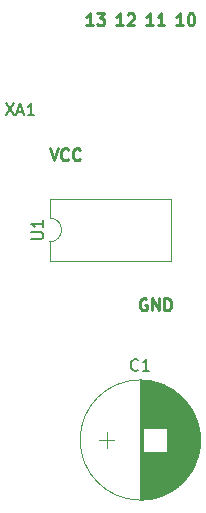
<source format=gbr>
G04 #@! TF.GenerationSoftware,KiCad,Pcbnew,(5.0.2)-1*
G04 #@! TF.CreationDate,2019-08-18T23:26:54-04:00*
G04 #@! TF.ProjectId,ATTINY_Bootloader,41545449-4e59-45f4-926f-6f746c6f6164,rev?*
G04 #@! TF.SameCoordinates,Original*
G04 #@! TF.FileFunction,Legend,Top*
G04 #@! TF.FilePolarity,Positive*
%FSLAX46Y46*%
G04 Gerber Fmt 4.6, Leading zero omitted, Abs format (unit mm)*
G04 Created by KiCad (PCBNEW (5.0.2)-1) date 8/18/2019 11:26:54 PM*
%MOMM*%
%LPD*%
G01*
G04 APERTURE LIST*
%ADD10C,0.250000*%
%ADD11C,0.120000*%
%ADD12C,0.150000*%
G04 APERTURE END LIST*
D10*
X153606666Y-88352380D02*
X153940000Y-89352380D01*
X154273333Y-88352380D01*
X155178095Y-89257142D02*
X155130476Y-89304761D01*
X154987619Y-89352380D01*
X154892380Y-89352380D01*
X154749523Y-89304761D01*
X154654285Y-89209523D01*
X154606666Y-89114285D01*
X154559047Y-88923809D01*
X154559047Y-88780952D01*
X154606666Y-88590476D01*
X154654285Y-88495238D01*
X154749523Y-88400000D01*
X154892380Y-88352380D01*
X154987619Y-88352380D01*
X155130476Y-88400000D01*
X155178095Y-88447619D01*
X156178095Y-89257142D02*
X156130476Y-89304761D01*
X155987619Y-89352380D01*
X155892380Y-89352380D01*
X155749523Y-89304761D01*
X155654285Y-89209523D01*
X155606666Y-89114285D01*
X155559047Y-88923809D01*
X155559047Y-88780952D01*
X155606666Y-88590476D01*
X155654285Y-88495238D01*
X155749523Y-88400000D01*
X155892380Y-88352380D01*
X155987619Y-88352380D01*
X156130476Y-88400000D01*
X156178095Y-88447619D01*
X161798095Y-101100000D02*
X161702857Y-101052380D01*
X161560000Y-101052380D01*
X161417142Y-101100000D01*
X161321904Y-101195238D01*
X161274285Y-101290476D01*
X161226666Y-101480952D01*
X161226666Y-101623809D01*
X161274285Y-101814285D01*
X161321904Y-101909523D01*
X161417142Y-102004761D01*
X161560000Y-102052380D01*
X161655238Y-102052380D01*
X161798095Y-102004761D01*
X161845714Y-101957142D01*
X161845714Y-101623809D01*
X161655238Y-101623809D01*
X162274285Y-102052380D02*
X162274285Y-101052380D01*
X162845714Y-102052380D01*
X162845714Y-101052380D01*
X163321904Y-102052380D02*
X163321904Y-101052380D01*
X163560000Y-101052380D01*
X163702857Y-101100000D01*
X163798095Y-101195238D01*
X163845714Y-101290476D01*
X163893333Y-101480952D01*
X163893333Y-101623809D01*
X163845714Y-101814285D01*
X163798095Y-101909523D01*
X163702857Y-102004761D01*
X163560000Y-102052380D01*
X163321904Y-102052380D01*
X157289523Y-77922380D02*
X156718095Y-77922380D01*
X157003809Y-77922380D02*
X157003809Y-76922380D01*
X156908571Y-77065238D01*
X156813333Y-77160476D01*
X156718095Y-77208095D01*
X157622857Y-76922380D02*
X158241904Y-76922380D01*
X157908571Y-77303333D01*
X158051428Y-77303333D01*
X158146666Y-77350952D01*
X158194285Y-77398571D01*
X158241904Y-77493809D01*
X158241904Y-77731904D01*
X158194285Y-77827142D01*
X158146666Y-77874761D01*
X158051428Y-77922380D01*
X157765714Y-77922380D01*
X157670476Y-77874761D01*
X157622857Y-77827142D01*
X159829523Y-77922380D02*
X159258095Y-77922380D01*
X159543809Y-77922380D02*
X159543809Y-76922380D01*
X159448571Y-77065238D01*
X159353333Y-77160476D01*
X159258095Y-77208095D01*
X160210476Y-77017619D02*
X160258095Y-76970000D01*
X160353333Y-76922380D01*
X160591428Y-76922380D01*
X160686666Y-76970000D01*
X160734285Y-77017619D01*
X160781904Y-77112857D01*
X160781904Y-77208095D01*
X160734285Y-77350952D01*
X160162857Y-77922380D01*
X160781904Y-77922380D01*
X162369523Y-77922380D02*
X161798095Y-77922380D01*
X162083809Y-77922380D02*
X162083809Y-76922380D01*
X161988571Y-77065238D01*
X161893333Y-77160476D01*
X161798095Y-77208095D01*
X163321904Y-77922380D02*
X162750476Y-77922380D01*
X163036190Y-77922380D02*
X163036190Y-76922380D01*
X162940952Y-77065238D01*
X162845714Y-77160476D01*
X162750476Y-77208095D01*
X164909523Y-77922380D02*
X164338095Y-77922380D01*
X164623809Y-77922380D02*
X164623809Y-76922380D01*
X164528571Y-77065238D01*
X164433333Y-77160476D01*
X164338095Y-77208095D01*
X165528571Y-76922380D02*
X165623809Y-76922380D01*
X165719047Y-76970000D01*
X165766666Y-77017619D01*
X165814285Y-77112857D01*
X165861904Y-77303333D01*
X165861904Y-77541428D01*
X165814285Y-77731904D01*
X165766666Y-77827142D01*
X165719047Y-77874761D01*
X165623809Y-77922380D01*
X165528571Y-77922380D01*
X165433333Y-77874761D01*
X165385714Y-77827142D01*
X165338095Y-77731904D01*
X165290476Y-77541428D01*
X165290476Y-77303333D01*
X165338095Y-77112857D01*
X165385714Y-77017619D01*
X165433333Y-76970000D01*
X165528571Y-76922380D01*
D11*
G04 #@! TO.C,C1*
X158420000Y-112380000D02*
X158420000Y-113680000D01*
X157820000Y-113030000D02*
X159020000Y-113030000D01*
X166351000Y-112751000D02*
X166351000Y-113309000D01*
X166311000Y-112358000D02*
X166311000Y-113702000D01*
X166271000Y-112117000D02*
X166271000Y-113943000D01*
X166231000Y-111926000D02*
X166231000Y-114134000D01*
X166191000Y-111765000D02*
X166191000Y-114295000D01*
X166151000Y-111623000D02*
X166151000Y-114437000D01*
X166111000Y-111494000D02*
X166111000Y-114566000D01*
X166071000Y-111376000D02*
X166071000Y-114684000D01*
X166031000Y-111267000D02*
X166031000Y-114793000D01*
X165991000Y-111164000D02*
X165991000Y-114896000D01*
X165951000Y-111068000D02*
X165951000Y-114992000D01*
X165911000Y-110977000D02*
X165911000Y-115083000D01*
X165871000Y-110890000D02*
X165871000Y-115170000D01*
X165831000Y-110808000D02*
X165831000Y-115252000D01*
X165791000Y-110729000D02*
X165791000Y-115331000D01*
X165751000Y-110653000D02*
X165751000Y-115407000D01*
X165711000Y-110581000D02*
X165711000Y-115479000D01*
X165671000Y-110511000D02*
X165671000Y-115549000D01*
X165631000Y-110443000D02*
X165631000Y-115617000D01*
X165591000Y-110378000D02*
X165591000Y-115682000D01*
X165551000Y-110315000D02*
X165551000Y-115745000D01*
X165511000Y-110253000D02*
X165511000Y-115807000D01*
X165471000Y-110194000D02*
X165471000Y-115866000D01*
X165431000Y-110136000D02*
X165431000Y-115924000D01*
X165391000Y-110081000D02*
X165391000Y-115979000D01*
X165351000Y-110026000D02*
X165351000Y-116034000D01*
X165311000Y-109973000D02*
X165311000Y-116087000D01*
X165271000Y-109922000D02*
X165271000Y-116138000D01*
X165231000Y-109872000D02*
X165231000Y-116188000D01*
X165191000Y-109823000D02*
X165191000Y-116237000D01*
X165151000Y-109775000D02*
X165151000Y-116285000D01*
X165111000Y-109728000D02*
X165111000Y-116332000D01*
X165071000Y-109683000D02*
X165071000Y-116377000D01*
X165031000Y-109639000D02*
X165031000Y-116421000D01*
X164991000Y-109595000D02*
X164991000Y-116465000D01*
X164951000Y-109553000D02*
X164951000Y-116507000D01*
X164911000Y-109512000D02*
X164911000Y-116548000D01*
X164871000Y-109471000D02*
X164871000Y-116589000D01*
X164831000Y-109432000D02*
X164831000Y-116628000D01*
X164791000Y-109393000D02*
X164791000Y-116667000D01*
X164751000Y-109355000D02*
X164751000Y-116705000D01*
X164711000Y-109318000D02*
X164711000Y-116742000D01*
X164671000Y-109282000D02*
X164671000Y-116778000D01*
X164631000Y-109246000D02*
X164631000Y-116814000D01*
X164591000Y-109211000D02*
X164591000Y-116849000D01*
X164551000Y-109177000D02*
X164551000Y-116883000D01*
X164511000Y-109144000D02*
X164511000Y-116916000D01*
X164471000Y-109111000D02*
X164471000Y-116949000D01*
X164431000Y-109079000D02*
X164431000Y-116981000D01*
X164391000Y-109048000D02*
X164391000Y-117012000D01*
X164351000Y-109017000D02*
X164351000Y-117043000D01*
X164311000Y-108987000D02*
X164311000Y-117073000D01*
X164271000Y-108958000D02*
X164271000Y-117102000D01*
X164231000Y-108929000D02*
X164231000Y-117131000D01*
X164191000Y-108900000D02*
X164191000Y-117160000D01*
X164151000Y-108873000D02*
X164151000Y-117187000D01*
X164111000Y-108845000D02*
X164111000Y-117215000D01*
X164071000Y-108819000D02*
X164071000Y-117241000D01*
X164031000Y-108793000D02*
X164031000Y-117267000D01*
X163991000Y-108767000D02*
X163991000Y-117293000D01*
X163951000Y-108742000D02*
X163951000Y-117318000D01*
X163911000Y-108718000D02*
X163911000Y-117342000D01*
X163871000Y-108694000D02*
X163871000Y-117366000D01*
X163831000Y-108670000D02*
X163831000Y-117390000D01*
X163791000Y-108647000D02*
X163791000Y-117413000D01*
X163751000Y-108625000D02*
X163751000Y-117435000D01*
X163711000Y-108602000D02*
X163711000Y-117458000D01*
X163671000Y-108581000D02*
X163671000Y-117479000D01*
X163631000Y-108560000D02*
X163631000Y-117500000D01*
X163591000Y-108539000D02*
X163591000Y-117521000D01*
X163551000Y-108519000D02*
X163551000Y-117541000D01*
X163511000Y-108499000D02*
X163511000Y-117561000D01*
X163471000Y-114010000D02*
X163471000Y-117580000D01*
X163471000Y-108480000D02*
X163471000Y-112050000D01*
X163431000Y-114010000D02*
X163431000Y-117599000D01*
X163431000Y-108461000D02*
X163431000Y-112050000D01*
X163391000Y-114010000D02*
X163391000Y-117618000D01*
X163391000Y-108442000D02*
X163391000Y-112050000D01*
X163351000Y-114010000D02*
X163351000Y-117636000D01*
X163351000Y-108424000D02*
X163351000Y-112050000D01*
X163311000Y-114010000D02*
X163311000Y-117654000D01*
X163311000Y-108406000D02*
X163311000Y-112050000D01*
X163271000Y-114010000D02*
X163271000Y-117671000D01*
X163271000Y-108389000D02*
X163271000Y-112050000D01*
X163231000Y-114010000D02*
X163231000Y-117688000D01*
X163231000Y-108372000D02*
X163231000Y-112050000D01*
X163191000Y-114010000D02*
X163191000Y-117704000D01*
X163191000Y-108356000D02*
X163191000Y-112050000D01*
X163151000Y-114010000D02*
X163151000Y-117721000D01*
X163151000Y-108339000D02*
X163151000Y-112050000D01*
X163111000Y-114010000D02*
X163111000Y-117736000D01*
X163111000Y-108324000D02*
X163111000Y-112050000D01*
X163071000Y-114010000D02*
X163071000Y-117752000D01*
X163071000Y-108308000D02*
X163071000Y-112050000D01*
X163031000Y-114010000D02*
X163031000Y-117767000D01*
X163031000Y-108293000D02*
X163031000Y-112050000D01*
X162991000Y-114010000D02*
X162991000Y-117781000D01*
X162991000Y-108279000D02*
X162991000Y-112050000D01*
X162951000Y-114010000D02*
X162951000Y-117795000D01*
X162951000Y-108265000D02*
X162951000Y-112050000D01*
X162911000Y-114010000D02*
X162911000Y-117809000D01*
X162911000Y-108251000D02*
X162911000Y-112050000D01*
X162871000Y-114010000D02*
X162871000Y-117822000D01*
X162871000Y-108238000D02*
X162871000Y-112050000D01*
X162831000Y-114010000D02*
X162831000Y-117836000D01*
X162831000Y-108224000D02*
X162831000Y-112050000D01*
X162791000Y-114010000D02*
X162791000Y-117848000D01*
X162791000Y-108212000D02*
X162791000Y-112050000D01*
X162751000Y-114010000D02*
X162751000Y-117861000D01*
X162751000Y-108199000D02*
X162751000Y-112050000D01*
X162711000Y-114010000D02*
X162711000Y-117873000D01*
X162711000Y-108187000D02*
X162711000Y-112050000D01*
X162671000Y-114010000D02*
X162671000Y-117884000D01*
X162671000Y-108176000D02*
X162671000Y-112050000D01*
X162631000Y-114010000D02*
X162631000Y-117895000D01*
X162631000Y-108165000D02*
X162631000Y-112050000D01*
X162591000Y-114010000D02*
X162591000Y-117906000D01*
X162591000Y-108154000D02*
X162591000Y-112050000D01*
X162551000Y-114010000D02*
X162551000Y-117917000D01*
X162551000Y-108143000D02*
X162551000Y-112050000D01*
X162511000Y-114010000D02*
X162511000Y-117927000D01*
X162511000Y-108133000D02*
X162511000Y-112050000D01*
X162471000Y-114010000D02*
X162471000Y-117937000D01*
X162471000Y-108123000D02*
X162471000Y-112050000D01*
X162431000Y-114010000D02*
X162431000Y-117947000D01*
X162431000Y-108113000D02*
X162431000Y-112050000D01*
X162391000Y-114010000D02*
X162391000Y-117956000D01*
X162391000Y-108104000D02*
X162391000Y-112050000D01*
X162351000Y-114010000D02*
X162351000Y-117965000D01*
X162351000Y-108095000D02*
X162351000Y-112050000D01*
X162311000Y-114010000D02*
X162311000Y-117973000D01*
X162311000Y-108087000D02*
X162311000Y-112050000D01*
X162271000Y-114010000D02*
X162271000Y-117981000D01*
X162271000Y-108079000D02*
X162271000Y-112050000D01*
X162231000Y-114010000D02*
X162231000Y-117989000D01*
X162231000Y-108071000D02*
X162231000Y-112050000D01*
X162191000Y-114010000D02*
X162191000Y-117997000D01*
X162191000Y-108063000D02*
X162191000Y-112050000D01*
X162151000Y-114010000D02*
X162151000Y-118004000D01*
X162151000Y-108056000D02*
X162151000Y-112050000D01*
X162111000Y-114010000D02*
X162111000Y-118011000D01*
X162111000Y-108049000D02*
X162111000Y-112050000D01*
X162071000Y-114010000D02*
X162071000Y-118017000D01*
X162071000Y-108043000D02*
X162071000Y-112050000D01*
X162031000Y-114010000D02*
X162031000Y-118023000D01*
X162031000Y-108037000D02*
X162031000Y-112050000D01*
X161991000Y-114010000D02*
X161991000Y-118029000D01*
X161991000Y-108031000D02*
X161991000Y-112050000D01*
X161950000Y-114010000D02*
X161950000Y-118035000D01*
X161950000Y-108025000D02*
X161950000Y-112050000D01*
X161910000Y-114010000D02*
X161910000Y-118040000D01*
X161910000Y-108020000D02*
X161910000Y-112050000D01*
X161870000Y-114010000D02*
X161870000Y-118045000D01*
X161870000Y-108015000D02*
X161870000Y-112050000D01*
X161830000Y-114010000D02*
X161830000Y-118050000D01*
X161830000Y-108010000D02*
X161830000Y-112050000D01*
X161790000Y-114010000D02*
X161790000Y-118054000D01*
X161790000Y-108006000D02*
X161790000Y-112050000D01*
X161750000Y-114010000D02*
X161750000Y-118058000D01*
X161750000Y-108002000D02*
X161750000Y-112050000D01*
X161710000Y-114010000D02*
X161710000Y-118061000D01*
X161710000Y-107999000D02*
X161710000Y-112050000D01*
X161670000Y-114010000D02*
X161670000Y-118065000D01*
X161670000Y-107995000D02*
X161670000Y-112050000D01*
X161630000Y-114010000D02*
X161630000Y-118068000D01*
X161630000Y-107992000D02*
X161630000Y-112050000D01*
X161590000Y-114010000D02*
X161590000Y-118070000D01*
X161590000Y-107990000D02*
X161590000Y-112050000D01*
X161550000Y-114010000D02*
X161550000Y-118073000D01*
X161550000Y-107987000D02*
X161550000Y-112050000D01*
X161510000Y-107985000D02*
X161510000Y-118075000D01*
X161470000Y-107983000D02*
X161470000Y-118077000D01*
X161430000Y-107982000D02*
X161430000Y-118078000D01*
X161390000Y-107981000D02*
X161390000Y-118079000D01*
X161350000Y-107980000D02*
X161350000Y-118080000D01*
X161310000Y-107980000D02*
X161310000Y-118080000D01*
X161270000Y-107980000D02*
X161270000Y-118080000D01*
X166360000Y-113030000D02*
G75*
G03X166360000Y-113030000I-5090000J0D01*
G01*
G04 #@! TO.C,U1*
X153610000Y-92600000D02*
X153610000Y-94250000D01*
X163890000Y-92600000D02*
X153610000Y-92600000D01*
X163890000Y-97900000D02*
X163890000Y-92600000D01*
X153610000Y-97900000D02*
X163890000Y-97900000D01*
X153610000Y-96250000D02*
X153610000Y-97900000D01*
X153610000Y-94250000D02*
G75*
G02X153610000Y-96250000I0J-1000000D01*
G01*
G04 #@! TO.C,XA1*
D12*
X149891904Y-84542380D02*
X150558571Y-85542380D01*
X150558571Y-84542380D02*
X149891904Y-85542380D01*
X150891904Y-85256666D02*
X151368095Y-85256666D01*
X150796666Y-85542380D02*
X151130000Y-84542380D01*
X151463333Y-85542380D01*
X152320476Y-85542380D02*
X151749047Y-85542380D01*
X152034761Y-85542380D02*
X152034761Y-84542380D01*
X151939523Y-84685238D01*
X151844285Y-84780476D01*
X151749047Y-84828095D01*
G04 #@! TO.C,C1*
X161103333Y-107077142D02*
X161055714Y-107124761D01*
X160912857Y-107172380D01*
X160817619Y-107172380D01*
X160674761Y-107124761D01*
X160579523Y-107029523D01*
X160531904Y-106934285D01*
X160484285Y-106743809D01*
X160484285Y-106600952D01*
X160531904Y-106410476D01*
X160579523Y-106315238D01*
X160674761Y-106220000D01*
X160817619Y-106172380D01*
X160912857Y-106172380D01*
X161055714Y-106220000D01*
X161103333Y-106267619D01*
X162055714Y-107172380D02*
X161484285Y-107172380D01*
X161770000Y-107172380D02*
X161770000Y-106172380D01*
X161674761Y-106315238D01*
X161579523Y-106410476D01*
X161484285Y-106458095D01*
G04 #@! TO.C,U1*
X152062380Y-96011904D02*
X152871904Y-96011904D01*
X152967142Y-95964285D01*
X153014761Y-95916666D01*
X153062380Y-95821428D01*
X153062380Y-95630952D01*
X153014761Y-95535714D01*
X152967142Y-95488095D01*
X152871904Y-95440476D01*
X152062380Y-95440476D01*
X153062380Y-94440476D02*
X153062380Y-95011904D01*
X153062380Y-94726190D02*
X152062380Y-94726190D01*
X152205238Y-94821428D01*
X152300476Y-94916666D01*
X152348095Y-95011904D01*
G04 #@! TD*
M02*

</source>
